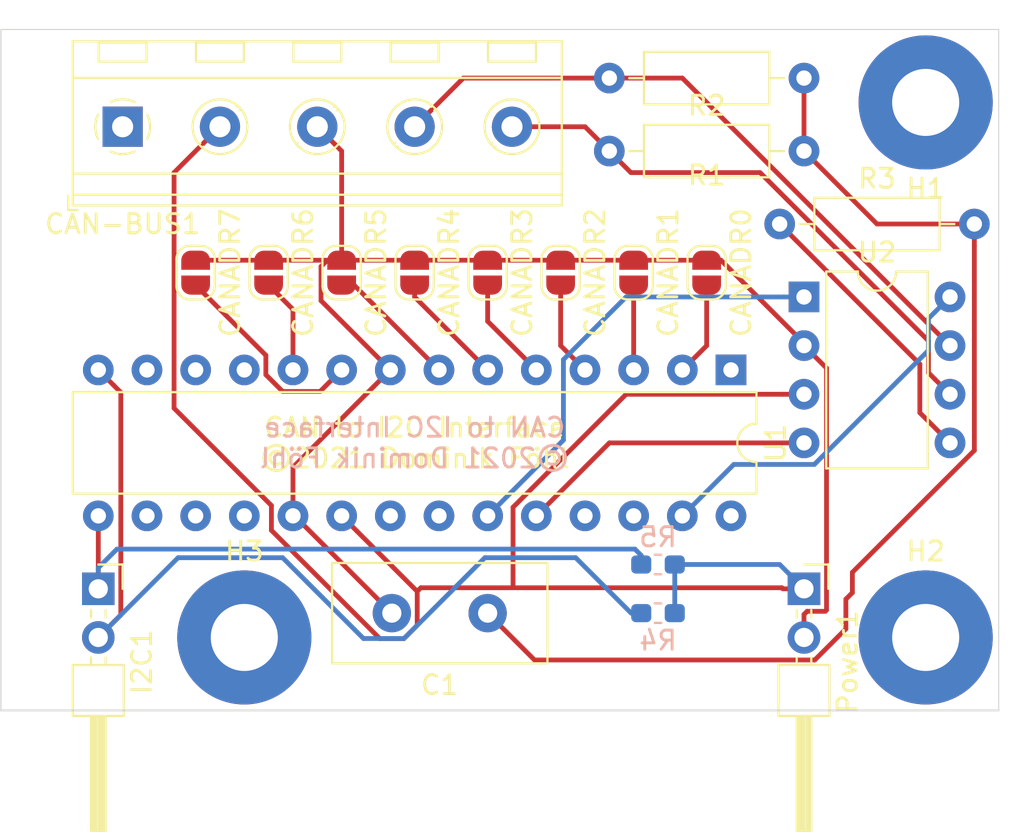
<source format=kicad_pcb>
(kicad_pcb (version 20221018) (generator pcbnew)
  (layers (0 "F.Cu" signal) (31 "B.Cu" signal) (34 "B.Paste" user) (35 "F.Paste" user) (36 "B.SilkS" user "B.Silkscreen") (37 "F.SilkS" user "F.Silkscreen") (38 "B.Mask" user) (39 "F.Mask" user) (44 "Edge.Cuts" user))
  (net 0 "")
  (net 1 "Net-(CAN-BUS1-Pin_5)")
  (net 2 "Net-(CAN-BUS1-Pin_4)")
  (net 4 "Net-(CANADR0-B)")
  (net 5 "Net-(CANADR1-B)")
  (net 6 "Net-(CANADR2-B)")
  (net 7 "Net-(CANADR3-B)")
  (net 8 "Net-(CANADR4-B)")
  (net 9 "Net-(CANADR5-B)")
  (net 10 "Net-(CANADR6-B)")
  (net 11 "Net-(CANADR7-B)")
  (net 12 "Net-(I2C1-Pin_2)")
  (net 13 "Net-(I2C1-Pin_1)")
  (net 14 "Net-(U2-SPLIT)")
  (net 16 "Net-(U1-ICSPCLK{slash}RB6)")
  (net 22 "Net-(U1-RB3)")
  (net 23 "Net-(U1-RB2)")
  (net 29 "GND")
  (net 30 "Net-(C1-Pad1)")
  (net 32 "+5V")
  (footprint "Connector_PinHeader_2.54mm:PinHeader_2x01_P2.54mm_Horizontal" (layer "F.Cu") (at 358.14 260.35 -90)
    (fp_text reference "Power1" (at 3.81 -2.27 90) (layer "F.SilkS"))
    (fp_text value "Power")
    (fp_line (start -1.27 -1.27) (end 0 -1.27) (stroke (width 0.12)) (layer "F.SilkS"))
    (fp_line (start -1.27 0) (end -1.27 -1.27) (stroke (width 0.12)) (layer "F.SilkS"))
    (fp_line (start 1.11 -0.38) (end 1.497071 -0.38) (stroke (width 0.12)) (layer "F.SilkS"))
    (fp_line (start 1.11 0.38) (end 1.497071 0.38) (stroke (width 0.12)) (layer "F.SilkS"))
    (fp_line (start 3.582929 -0.38) (end 3.98 -0.38) (stroke (width 0.12)) (layer "F.SilkS"))
    (fp_line (start 3.582929 0.38) (end 3.98 0.38) (stroke (width 0.12)) (layer "F.SilkS"))
    (fp_line (start 3.98 -1.33) (end 3.98 1.33) (stroke (width 0.12)) (layer "F.SilkS"))
    (fp_line (start 3.98 1.33) (end 6.64 1.33) (stroke (width 0.12)) (layer "F.SilkS"))
    (fp_line (start 6.64 -1.33) (end 3.98 -1.33) (stroke (width 0.12)) (layer "F.SilkS"))
    (fp_line (start 6.64 -0.38) (end 12.64 -0.38) (stroke (width 0.12)) (layer "F.SilkS"))
    (fp_line (start 6.64 -0.32) (end 12.64 -0.32) (stroke (width 0.12)) (layer "F.SilkS"))
    (fp_line (start 6.64 -0.2) (end 12.64 -0.2) (stroke (width 0.12)) (layer "F.SilkS"))
    (fp_line (start 6.64 -0.08) (end 12.64 -0.08) (stroke (width 0.12)) (layer "F.SilkS"))
    (fp_line (start 6.64 0.04) (end 12.64 0.04) (stroke (width 0.12)) (layer "F.SilkS"))
    (fp_line (start 6.64 0.16) (end 12.64 0.16) (stroke (width 0.12)) (layer "F.SilkS"))
    (fp_line (start 6.64 0.28) (end 12.64 0.28) (stroke (width 0.12)) (layer "F.SilkS"))
    (fp_line (start 6.64 1.33) (end 6.64 -1.33) (stroke (width 0.12)) (layer "F.SilkS"))
    (fp_line (start 12.64 -0.38) (end 12.64 0.38) (stroke (width 0.12)) (layer "F.SilkS"))
    (fp_line (start 12.64 0.38) (end 6.64 0.38) (stroke (width 0.12)) (layer "F.SilkS"))
    (pad "1" thru_hole rect (at 0 0 270) (size 1.7 1.7) (drill 1) (layers "*.Cu" "*.Mask") (net 32 "+5V"))
    (pad "2" thru_hole oval (at 2.54 0 270) (size 1.7 1.7) (drill 1) (layers "*.Cu" "*.Mask") (net 29 "GND"))
  )
  (footprint "Connector_PinHeader_2.54mm:PinHeader_2x01_P2.54mm_Horizontal" (layer "F.Cu") (at 321.31 260.35 -90)
    (fp_text reference "I2C1" (at 3.81 -2.27 90) (layer "F.SilkS"))
    (fp_text value "I2C")
    (fp_line (start -1.27 -1.27) (end 0 -1.27) (stroke (width 0.12)) (layer "F.SilkS"))
    (fp_line (start -1.27 0) (end -1.27 -1.27) (stroke (width 0.12)) (layer "F.SilkS"))
    (fp_line (start 1.11 -0.38) (end 1.497071 -0.38) (stroke (width 0.12)) (layer "F.SilkS"))
    (fp_line (start 1.11 0.38) (end 1.497071 0.38) (stroke (width 0.12)) (layer "F.SilkS"))
    (fp_line (start 3.582929 -0.38) (end 3.98 -0.38) (stroke (width 0.12)) (layer "F.SilkS"))
    (fp_line (start 3.582929 0.38) (end 3.98 0.38) (stroke (width 0.12)) (layer "F.SilkS"))
    (fp_line (start 3.98 -1.33) (end 3.98 1.33) (stroke (width 0.12)) (layer "F.SilkS"))
    (fp_line (start 3.98 1.33) (end 6.64 1.33) (stroke (width 0.12)) (layer "F.SilkS"))
    (fp_line (start 6.64 -1.33) (end 3.98 -1.33) (stroke (width 0.12)) (layer "F.SilkS"))
    (fp_line (start 6.64 -0.38) (end 12.64 -0.38) (stroke (width 0.12)) (layer "F.SilkS"))
    (fp_line (start 6.64 -0.32) (end 12.64 -0.32) (stroke (width 0.12)) (layer "F.SilkS"))
    (fp_line (start 6.64 -0.2) (end 12.64 -0.2) (stroke (width 0.12)) (layer "F.SilkS"))
    (fp_line (start 6.64 -0.08) (end 12.64 -0.08) (stroke (width 0.12)) (layer "F.SilkS"))
    (fp_line (start 6.64 0.04) (end 12.64 0.04) (stroke (width 0.12)) (layer "F.SilkS"))
    (fp_line (start 6.64 0.16) (end 12.64 0.16) (stroke (width 0.12)) (layer "F.SilkS"))
    (fp_line (start 6.64 0.28) (end 12.64 0.28) (stroke (width 0.12)) (layer "F.SilkS"))
    (fp_line (start 6.64 1.33) (end 6.64 -1.33) (stroke (width 0.12)) (layer "F.SilkS"))
    (fp_line (start 12.64 -0.38) (end 12.64 0.38) (stroke (width 0.12)) (layer "F.SilkS"))
    (fp_line (start 12.64 0.38) (end 6.64 0.38) (stroke (width 0.12)) (layer "F.SilkS"))
    (pad "1" thru_hole rect (at 0 0 270) (size 1.7 1.7) (drill 1) (layers "*.Cu" "*.Mask") (net 13 "Net-(I2C1-Pin_1)"))
    (pad "2" thru_hole oval (at 2.54 0 270) (size 1.7 1.7) (drill 1) (layers "*.Cu" "*.Mask") (net 12 "Net-(I2C1-Pin_2)"))
  )
  (footprint "Jumper:SolderJumper-2_P1.3mm_Open_RoundedPad1.0x1.5mm" (layer "F.Cu") (at 353.06 243.84 -90)
    (fp_text reference "CANADR0" (at 0 -1.8 90) (layer "F.SilkS"))
    (fp_text value "SolderJumper_2_Open")
    (fp_line (start -1.4 0.3) (end -1.4 -0.3) (stroke (width 0.12)) (layer "F.SilkS"))
    (fp_line (start -0.7 -1) (end 0.7 -1) (stroke (width 0.12)) (layer "F.SilkS"))
    (fp_line (start 0.7 1) (end -0.7 1) (stroke (width 0.12)) (layer "F.SilkS"))
    (fp_line (start 1.4 -0.3) (end 1.4 0.3) (stroke (width 0.12)) (layer "F.SilkS"))
    (fp_arc (start -1.4 -0.3) (mid -1.194975 -0.794975) (end -0.7 -1) (stroke (width 0.12)) (layer "F.SilkS"))
    (fp_arc (start -0.7 1) (mid -1.194975 0.794975) (end -1.4 0.3) (stroke (width 0.12)) (layer "F.SilkS"))
    (fp_arc (start 0.7 -1) (mid 1.194975 -0.794975) (end 1.4 -0.3) (stroke (width 0.12)) (layer "F.SilkS"))
    (fp_arc (start 1.4 0.3) (mid 1.194975 0.794975) (end 0.7 1) (stroke (width 0.12)) (layer "F.SilkS"))
    (pad "1" smd custom (at -0.65 0 270) (size 1 0.5) (layers "F.Cu" "F.Mask") (net 29 "GND") (options (clearance outline) (anchor rect)) (primitives (gr_circle (center 0 0.25) (end 0.5 0.25) (width 0) (fill yes)) (gr_circle (center 0 -0.25) (end 0.5 -0.25) (width 0) (fill yes)) (gr_poly (pts (xy 0 -0.75) (xy 0.5 -0.75) (xy 0.5 0.75) (xy 0 0.75)) (width 0) (fill yes))))
    (pad "2" smd custom (at 0.65 0 270) (size 1 0.5) (layers "F.Cu" "F.Mask") (net 4 "Net-(CANADR0-B)") (options (clearance outline) (anchor rect)) (primitives (gr_circle (center 0 0.25) (end 0.5 0.25) (width 0) (fill yes)) (gr_circle (center 0 -0.25) (end 0.5 -0.25) (width 0) (fill yes)) (gr_poly (pts (xy 0 -0.75) (xy -0.5 -0.75) (xy -0.5 0.75) (xy 0 0.75)) (width 0) (fill yes))))
  )
  (footprint "Jumper:SolderJumper-2_P1.3mm_Open_RoundedPad1.0x1.5mm" (layer "F.Cu") (at 349.25 243.84 -90)
    (fp_text reference "CANADR1" (at 0 -1.8 90) (layer "F.SilkS"))
    (fp_text value "SolderJumper_2_Open")
    (fp_line (start -1.4 0.3) (end -1.4 -0.3) (stroke (width 0.12)) (layer "F.SilkS"))
    (fp_line (start -0.7 -1) (end 0.7 -1) (stroke (width 0.12)) (layer "F.SilkS"))
    (fp_line (start 0.7 1) (end -0.7 1) (stroke (width 0.12)) (layer "F.SilkS"))
    (fp_line (start 1.4 -0.3) (end 1.4 0.3) (stroke (width 0.12)) (layer "F.SilkS"))
    (fp_arc (start -1.4 -0.3) (mid -1.194975 -0.794975) (end -0.7 -1) (stroke (width 0.12)) (layer "F.SilkS"))
    (fp_arc (start -0.7 1) (mid -1.194975 0.794975) (end -1.4 0.3) (stroke (width 0.12)) (layer "F.SilkS"))
    (fp_arc (start 0.7 -1) (mid 1.194975 -0.794975) (end 1.4 -0.3) (stroke (width 0.12)) (layer "F.SilkS"))
    (fp_arc (start 1.4 0.3) (mid 1.194975 0.794975) (end 0.7 1) (stroke (width 0.12)) (layer "F.SilkS"))
    (pad "1" smd custom (at -0.65 0 270) (size 1 0.5) (layers "F.Cu" "F.Mask") (net 29 "GND") (options (clearance outline) (anchor rect)) (primitives (gr_circle (center 0 0.25) (end 0.5 0.25) (width 0) (fill yes)) (gr_circle (center 0 -0.25) (end 0.5 -0.25) (width 0) (fill yes)) (gr_poly (pts (xy 0 -0.75) (xy 0.5 -0.75) (xy 0.5 0.75) (xy 0 0.75)) (width 0) (fill yes))))
    (pad "2" smd custom (at 0.65 0 270) (size 1 0.5) (layers "F.Cu" "F.Mask") (net 5 "Net-(CANADR1-B)") (options (clearance outline) (anchor rect)) (primitives (gr_circle (center 0 0.25) (end 0.5 0.25) (width 0) (fill yes)) (gr_circle (center 0 -0.25) (end 0.5 -0.25) (width 0) (fill yes)) (gr_poly (pts (xy 0 -0.75) (xy -0.5 -0.75) (xy -0.5 0.75) (xy 0 0.75)) (width 0) (fill yes))))
  )
  (footprint "Jumper:SolderJumper-2_P1.3mm_Open_RoundedPad1.0x1.5mm" (layer "F.Cu") (at 345.44 243.84 -90)
    (fp_text reference "CANADR2" (at 0 -1.8 90) (layer "F.SilkS"))
    (fp_text value "SolderJumper_2_Open")
    (fp_line (start -1.4 0.3) (end -1.4 -0.3) (stroke (width 0.12)) (layer "F.SilkS"))
    (fp_line (start -0.7 -1) (end 0.7 -1) (stroke (width 0.12)) (layer "F.SilkS"))
    (fp_line (start 0.7 1) (end -0.7 1) (stroke (width 0.12)) (layer "F.SilkS"))
    (fp_line (start 1.4 -0.3) (end 1.4 0.3) (stroke (width 0.12)) (layer "F.SilkS"))
    (fp_arc (start -1.4 -0.3) (mid -1.194975 -0.794975) (end -0.7 -1) (stroke (width 0.12)) (layer "F.SilkS"))
    (fp_arc (start -0.7 1) (mid -1.194975 0.794975) (end -1.4 0.3) (stroke (width 0.12)) (layer "F.SilkS"))
    (fp_arc (start 0.7 -1) (mid 1.194975 -0.794975) (end 1.4 -0.3) (stroke (width 0.12)) (layer "F.SilkS"))
    (fp_arc (start 1.4 0.3) (mid 1.194975 0.794975) (end 0.7 1) (stroke (width 0.12)) (layer "F.SilkS"))
    (pad "1" smd custom (at -0.65 0 270) (size 1 0.5) (layers "F.Cu" "F.Mask") (net 29 "GND") (options (clearance outline) (anchor rect)) (primitives (gr_circle (center 0 0.25) (end 0.5 0.25) (width 0) (fill yes)) (gr_circle (center 0 -0.25) (end 0.5 -0.25) (width 0) (fill yes)) (gr_poly (pts (xy 0 -0.75) (xy 0.5 -0.75) (xy 0.5 0.75) (xy 0 0.75)) (width 0) (fill yes))))
    (pad "2" smd custom (at 0.65 0 270) (size 1 0.5) (layers "F.Cu" "F.Mask") (net 6 "Net-(CANADR2-B)") (options (clearance outline) (anchor rect)) (primitives (gr_circle (center 0 0.25) (end 0.5 0.25) (width 0) (fill yes)) (gr_circle (center 0 -0.25) (end 0.5 -0.25) (width 0) (fill yes)) (gr_poly (pts (xy 0 -0.75) (xy -0.5 -0.75) (xy -0.5 0.75) (xy 0 0.75)) (width 0) (fill yes))))
  )
  (footprint "Jumper:SolderJumper-2_P1.3mm_Open_RoundedPad1.0x1.5mm" (layer "F.Cu") (at 341.63 243.84 -90)
    (fp_text reference "CANADR3" (at 0 -1.8 90) (layer "F.SilkS"))
    (fp_text value "SolderJumper_2_Open")
    (fp_line (start -1.4 0.3) (end -1.4 -0.3) (stroke (width 0.12)) (layer "F.SilkS"))
    (fp_line (start -0.7 -1) (end 0.7 -1) (stroke (width 0.12)) (layer "F.SilkS"))
    (fp_line (start 0.7 1) (end -0.7 1) (stroke (width 0.12)) (layer "F.SilkS"))
    (fp_line (start 1.4 -0.3) (end 1.4 0.3) (stroke (width 0.12)) (layer "F.SilkS"))
    (fp_arc (start -1.4 -0.3) (mid -1.194975 -0.794975) (end -0.7 -1) (stroke (width 0.12)) (layer "F.SilkS"))
    (fp_arc (start -0.7 1) (mid -1.194975 0.794975) (end -1.4 0.3) (stroke (width 0.12)) (layer "F.SilkS"))
    (fp_arc (start 0.7 -1) (mid 1.194975 -0.794975) (end 1.4 -0.3) (stroke (width 0.12)) (layer "F.SilkS"))
    (fp_arc (start 1.4 0.3) (mid 1.194975 0.794975) (end 0.7 1) (stroke (width 0.12)) (layer "F.SilkS"))
    (pad "1" smd custom (at -0.65 0 270) (size 1 0.5) (layers "F.Cu" "F.Mask") (net 29 "GND") (options (clearance outline) (anchor rect)) (primitives (gr_circle (center 0 0.25) (end 0.5 0.25) (width 0) (fill yes)) (gr_circle (center 0 -0.25) (end 0.5 -0.25) (width 0) (fill yes)) (gr_poly (pts (xy 0 -0.75) (xy 0.5 -0.75) (xy 0.5 0.75) (xy 0 0.75)) (width 0) (fill yes))))
    (pad "2" smd custom (at 0.65 0 270) (size 1 0.5) (layers "F.Cu" "F.Mask") (net 7 "Net-(CANADR3-B)") (options (clearance outline) (anchor rect)) (primitives (gr_circle (center 0 0.25) (end 0.5 0.25) (width 0) (fill yes)) (gr_circle (center 0 -0.25) (end 0.5 -0.25) (width 0) (fill yes)) (gr_poly (pts (xy 0 -0.75) (xy -0.5 -0.75) (xy -0.5 0.75) (xy 0 0.75)) (width 0) (fill yes))))
  )
  (footprint "Jumper:SolderJumper-2_P1.3mm_Open_RoundedPad1.0x1.5mm" (layer "F.Cu") (at 337.82 243.84 -90)
    (fp_text reference "CANADR4" (at 0 -1.8 90) (layer "F.SilkS"))
    (fp_text value "SolderJumper_2_Open")
    (fp_line (start -1.4 0.3) (end -1.4 -0.3) (stroke (width 0.12)) (layer "F.SilkS"))
    (fp_line (start -0.7 -1) (end 0.7 -1) (stroke (width 0.12)) (layer "F.SilkS"))
    (fp_line (start 0.7 1) (end -0.7 1) (stroke (width 0.12)) (layer "F.SilkS"))
    (fp_line (start 1.4 -0.3) (end 1.4 0.3) (stroke (width 0.12)) (layer "F.SilkS"))
    (fp_arc (start -1.4 -0.3) (mid -1.194975 -0.794975) (end -0.7 -1) (stroke (width 0.12)) (layer "F.SilkS"))
    (fp_arc (start -0.7 1) (mid -1.194975 0.794975) (end -1.4 0.3) (stroke (width 0.12)) (layer "F.SilkS"))
    (fp_arc (start 0.7 -1) (mid 1.194975 -0.794975) (end 1.4 -0.3) (stroke (width 0.12)) (layer "F.SilkS"))
    (fp_arc (start 1.4 0.3) (mid 1.194975 0.794975) (end 0.7 1) (stroke (width 0.12)) (layer "F.SilkS"))
    (pad "1" smd custom (at -0.65 0 270) (size 1 0.5) (layers "F.Cu" "F.Mask") (net 29 "GND") (options (clearance outline) (anchor rect)) (primitives (gr_circle (center 0 0.25) (end 0.5 0.25) (width 0) (fill yes)) (gr_circle (center 0 -0.25) (end 0.5 -0.25) (width 0) (fill yes)) (gr_poly (pts (xy 0 -0.75) (xy 0.5 -0.75) (xy 0.5 0.75) (xy 0 0.75)) (width 0) (fill yes))))
    (pad "2" smd custom (at 0.65 0 270) (size 1 0.5) (layers "F.Cu" "F.Mask") (net 8 "Net-(CANADR4-B)") (options (clearance outline) (anchor rect)) (primitives (gr_circle (center 0 0.25) (end 0.5 0.25) (width 0) (fill yes)) (gr_circle (center 0 -0.25) (end 0.5 -0.25) (width 0) (fill yes)) (gr_poly (pts (xy 0 -0.75) (xy -0.5 -0.75) (xy -0.5 0.75) (xy 0 0.75)) (width 0) (fill yes))))
  )
  (footprint "Jumper:SolderJumper-2_P1.3mm_Open_RoundedPad1.0x1.5mm" (layer "F.Cu") (at 334.01 243.84 -90)
    (fp_text reference "CANADR5" (at 0 -1.8 90) (layer "F.SilkS"))
    (fp_text value "SolderJumper_2_Open")
    (fp_line (start -1.4 0.3) (end -1.4 -0.3) (stroke (width 0.12)) (layer "F.SilkS"))
    (fp_line (start -0.7 -1) (end 0.7 -1) (stroke (width 0.12)) (layer "F.SilkS"))
    (fp_line (start 0.7 1) (end -0.7 1) (stroke (width 0.12)) (layer "F.SilkS"))
    (fp_line (start 1.4 -0.3) (end 1.4 0.3) (stroke (width 0.12)) (layer "F.SilkS"))
    (fp_arc (start -1.4 -0.3) (mid -1.194975 -0.794975) (end -0.7 -1) (stroke (width 0.12)) (layer "F.SilkS"))
    (fp_arc (start -0.7 1) (mid -1.194975 0.794975) (end -1.4 0.3) (stroke (width 0.12)) (layer "F.SilkS"))
    (fp_arc (start 0.7 -1) (mid 1.194975 -0.794975) (end 1.4 -0.3) (stroke (width 0.12)) (layer "F.SilkS"))
    (fp_arc (start 1.4 0.3) (mid 1.194975 0.794975) (end 0.7 1) (stroke (width 0.12)) (layer "F.SilkS"))
    (pad "1" smd custom (at -0.65 0 270) (size 1 0.5) (layers "F.Cu" "F.Mask") (net 29 "GND") (options (clearance outline) (anchor rect)) (primitives (gr_circle (center 0 0.25) (end 0.5 0.25) (width 0) (fill yes)) (gr_circle (center 0 -0.25) (end 0.5 -0.25) (width 0) (fill yes)) (gr_poly (pts (xy 0 -0.75) (xy 0.5 -0.75) (xy 0.5 0.75) (xy 0 0.75)) (width 0) (fill yes))))
    (pad "2" smd custom (at 0.65 0 270) (size 1 0.5) (layers "F.Cu" "F.Mask") (net 9 "Net-(CANADR5-B)") (options (clearance outline) (anchor rect)) (primitives (gr_circle (center 0 0.25) (end 0.5 0.25) (width 0) (fill yes)) (gr_circle (center 0 -0.25) (end 0.5 -0.25) (width 0) (fill yes)) (gr_poly (pts (xy 0 -0.75) (xy -0.5 -0.75) (xy -0.5 0.75) (xy 0 0.75)) (width 0) (fill yes))))
  )
  (footprint "Jumper:SolderJumper-2_P1.3mm_Open_RoundedPad1.0x1.5mm" (layer "F.Cu") (at 330.2 243.84 -90)
    (fp_text reference "CANADR6" (at 0 -1.8 90) (layer "F.SilkS"))
    (fp_text value "SolderJumper_2_Open")
    (fp_line (start -1.4 0.3) (end -1.4 -0.3) (stroke (width 0.12)) (layer "F.SilkS"))
    (fp_line (start -0.7 -1) (end 0.7 -1) (stroke (width 0.12)) (layer "F.SilkS"))
    (fp_line (start 0.7 1) (end -0.7 1) (stroke (width 0.12)) (layer "F.SilkS"))
    (fp_line (start 1.4 -0.3) (end 1.4 0.3) (stroke (width 0.12)) (layer "F.SilkS"))
    (fp_arc (start -1.4 -0.3) (mid -1.194975 -0.794975) (end -0.7 -1) (stroke (width 0.12)) (layer "F.SilkS"))
    (fp_arc (start -0.7 1) (mid -1.194975 0.794975) (end -1.4 0.3) (stroke (width 0.12)) (layer "F.SilkS"))
    (fp_arc (start 0.7 -1) (mid 1.194975 -0.794975) (end 1.4 -0.3) (stroke (width 0.12)) (layer "F.SilkS"))
    (fp_arc (start 1.4 0.3) (mid 1.194975 0.794975) (end 0.7 1) (stroke (width 0.12)) (layer "F.SilkS"))
    (pad "1" smd custom (at -0.65 0 270) (size 1 0.5) (layers "F.Cu" "F.Mask") (net 29 "GND") (options (clearance outline) (anchor rect)) (primitives (gr_circle (center 0 0.25) (end 0.5 0.25) (width 0) (fill yes)) (gr_circle (center 0 -0.25) (end 0.5 -0.25) (width 0) (fill yes)) (gr_poly (pts (xy 0 -0.75) (xy 0.5 -0.75) (xy 0.5 0.75) (xy 0 0.75)) (width 0) (fill yes))))
    (pad "2" smd custom (at 0.65 0 270) (size 1 0.5) (layers "F.Cu" "F.Mask") (net 10 "Net-(CANADR6-B)") (options (clearance outline) (anchor rect)) (primitives (gr_circle (center 0 0.25) (end 0.5 0.25) (width 0) (fill yes)) (gr_circle (center 0 -0.25) (end 0.5 -0.25) (width 0) (fill yes)) (gr_poly (pts (xy 0 -0.75) (xy -0.5 -0.75) (xy -0.5 0.75) (xy 0 0.75)) (width 0) (fill yes))))
  )
  (footprint "Jumper:SolderJumper-2_P1.3mm_Open_RoundedPad1.0x1.5mm" (layer "F.Cu") (at 326.39 243.84 -90)
    (fp_text reference "CANADR7" (at 0 -1.8 90) (layer "F.SilkS"))
    (fp_text value "SolderJumper_2_Open")
    (fp_line (start -1.4 0.3) (end -1.4 -0.3) (stroke (width 0.12)) (layer "F.SilkS"))
    (fp_line (start -0.7 -1) (end 0.7 -1) (stroke (width 0.12)) (layer "F.SilkS"))
    (fp_line (start 0.7 1) (end -0.7 1) (stroke (width 0.12)) (layer "F.SilkS"))
    (fp_line (start 1.4 -0.3) (end 1.4 0.3) (stroke (width 0.12)) (layer "F.SilkS"))
    (fp_arc (start -1.4 -0.3) (mid -1.194975 -0.794975) (end -0.7 -1) (stroke (width 0.12)) (layer "F.SilkS"))
    (fp_arc (start -0.7 1) (mid -1.194975 0.794975) (end -1.4 0.3) (stroke (width 0.12)) (layer "F.SilkS"))
    (fp_arc (start 0.7 -1) (mid 1.194975 -0.794975) (end 1.4 -0.3) (stroke (width 0.12)) (layer "F.SilkS"))
    (fp_arc (start 1.4 0.3) (mid 1.194975 0.794975) (end 0.7 1) (stroke (width 0.12)) (layer "F.SilkS"))
    (pad "1" smd custom (at -0.65 0 270) (size 1 0.5) (layers "F.Cu" "F.Mask") (net 29 "GND") (options (clearance outline) (anchor rect)) (primitives (gr_circle (center 0 0.25) (end 0.5 0.25) (width 0) (fill yes)) (gr_circle (center 0 -0.25) (end 0.5 -0.25) (width 0) (fill yes)) (gr_poly (pts (xy 0 -0.75) (xy 0.5 -0.75) (xy 0.5 0.75) (xy 0 0.75)) (width 0) (fill yes))))
    (pad "2" smd custom (at 0.65 0 270) (size 1 0.5) (layers "F.Cu" "F.Mask") (net 11 "Net-(CANADR7-B)") (options (clearance outline) (anchor rect)) (primitives (gr_circle (center 0 0.25) (end 0.5 0.25) (width 0) (fill yes)) (gr_circle (center 0 -0.25) (end 0.5 -0.25) (width 0) (fill yes)) (gr_poly (pts (xy 0 -0.75) (xy -0.5 -0.75) (xy -0.5 0.75) (xy 0 0.75)) (width 0) (fill yes))))
  )
  (footprint "TerminalBlock_RND:TerminalBlock_RND_205-00235_1x05_P5.08mm_Horizontal" (layer "F.Cu") (at 322.58 236.22)
    (fp_text reference "CAN-BUS1" (at 0 5.08) (layer "F.SilkS"))
    (fp_text value "CANBUS")
    (fp_line (start -2.84 3.61) (end -2.84 4.35) (stroke (width 0.12)) (layer "F.SilkS"))
    (fp_line (start -2.84 4.35) (end -2.34 4.35) (stroke (width 0.12)) (layer "F.SilkS"))
    (fp_line (start -2.6 -4.46) (end -2.6 4.11) (stroke (width 0.12)) (layer "F.SilkS"))
    (fp_line (start -2.6 -4.46) (end 22.92 -4.46) (stroke (width 0.12)) (layer "F.SilkS"))
    (fp_line (start -2.6 -2.55) (end 22.92 -2.55) (stroke (width 0.12)) (layer "F.SilkS"))
    (fp_line (start -2.6 2.45) (end 22.92 2.45) (stroke (width 0.12)) (layer "F.SilkS"))
    (fp_line (start -2.6 3.55) (end 22.92 3.55) (stroke (width 0.12)) (layer "F.SilkS"))
    (fp_line (start -2.6 4.11) (end 22.92 4.11) (stroke (width 0.12)) (layer "F.SilkS"))
    (fp_line (start -1.25 -4.4) (end -1.25 -3.4) (stroke (width 0.12)) (layer "F.SilkS"))
    (fp_line (start -1.25 -4.4) (end 1.25 -4.4) (stroke (width 0.12)) (layer "F.SilkS"))
    (fp_line (start -1.25 -3.4) (end 1.25 -3.4) (stroke (width 0.12)) (layer "F.SilkS"))
    (fp_line (start 1.25 -4.4) (end 1.25 -3.4) (stroke (width 0.12)) (layer "F.SilkS"))
    (fp_line (start 3.83 -4.4) (end 3.83 -3.4) (stroke (width 0.12)) (layer "F.SilkS"))
    (fp_line (start 3.83 -4.4) (end 6.33 -4.4) (stroke (width 0.12)) (layer "F.SilkS"))
    (fp_line (start 3.83 -3.4) (end 6.33 -3.4) (stroke (width 0.12)) (layer "F.SilkS"))
    (fp_line (start 4.056 0.85) (end 3.996 0.91) (stroke (width 0.12)) (layer "F.SilkS"))
    (fp_line (start 4.21 1.045) (end 4.17 1.085) (stroke (width 0.12)) (layer "F.SilkS"))
    (fp_line (start 5.991 -1.085) (end 5.951 -1.045) (stroke (width 0.12)) (layer "F.SilkS"))
    (fp_line (start 6.165 -0.91) (end 6.105 -0.851) (stroke (width 0.12)) (layer "F.SilkS"))
    (fp_line (start 6.33 -4.4) (end 6.33 -3.4) (stroke (width 0.12)) (layer "F.SilkS"))
    (fp_line (start 8.91 -4.4) (end 8.91 -3.4) (stroke (width 0.12)) (layer "F.SilkS"))
    (fp_line (start 8.91 -4.4) (end 11.41 -4.4) (stroke (width 0.12)) (layer "F.SilkS"))
    (fp_line (start 8.91 -3.4) (end 11.41 -3.4) (stroke (width 0.12)) (layer "F.SilkS"))
    (fp_line (start 9.136 0.85) (end 9.076 0.91) (stroke (width 0.12)) (layer "F.SilkS"))
    (fp_line (start 9.29 1.045) (end 9.25 1.085) (stroke (width 0.12)) (layer "F.SilkS"))
    (fp_line (start 11.071 -1.085) (end 11.031 -1.045) (stroke (width 0.12)) (layer "F.SilkS"))
    (fp_line (start 11.245 -0.91) (end 11.185 -0.851) (stroke (width 0.12)) (layer "F.SilkS"))
    (fp_line (start 11.41 -4.4) (end 11.41 -3.4) (stroke (width 0.12)) (layer "F.SilkS"))
    (fp_line (start 13.99 -4.4) (end 13.99 -3.4) (stroke (width 0.12)) (layer "F.SilkS"))
    (fp_line (start 13.99 -4.4) (end 16.49 -4.4) (stroke (width 0.12)) (layer "F.SilkS"))
    (fp_line (start 13.99 -3.4) (end 16.49 -3.4) (stroke (width 0.12)) (layer "F.SilkS"))
    (fp_line (start 14.216 0.85) (end 14.156 0.91) (stroke (width 0.12)) (layer "F.SilkS"))
    (fp_line (start 14.37 1.045) (end 14.33 1.085) (stroke (width 0.12)) (layer "F.SilkS"))
    (fp_line (start 16.151 -1.085) (end 16.111 -1.045) (stroke (width 0.12)) (layer "F.SilkS"))
    (fp_line (start 16.325 -0.91) (end 16.265 -0.851) (stroke (width 0.12)) (layer "F.SilkS"))
    (fp_line (start 16.49 -4.4) (end 16.49 -3.4) (stroke (width 0.12)) (layer "F.SilkS"))
    (fp_line (start 19.07 -4.4) (end 19.07 -3.4) (stroke (width 0.12)) (layer "F.SilkS"))
    (fp_line (start 19.07 -4.4) (end 21.57 -4.4) (stroke (width 0.12)) (layer "F.SilkS"))
    (fp_line (start 19.07 -3.4) (end 21.57 -3.4) (stroke (width 0.12)) (layer "F.SilkS"))
    (fp_line (start 19.296 0.85) (end 19.236 0.91) (stroke (width 0.12)) (layer "F.SilkS"))
    (fp_line (start 19.45 1.045) (end 19.41 1.085) (stroke (width 0.12)) (layer "F.SilkS"))
    (fp_line (start 21.231 -1.085) (end 21.191 -1.045) (stroke (width 0.12)) (layer "F.SilkS"))
    (fp_line (start 21.405 -0.91) (end 21.345 -0.851) (stroke (width 0.12)) (layer "F.SilkS"))
    (fp_line (start 21.57 -4.4) (end 21.57 -3.4) (stroke (width 0.12)) (layer "F.SilkS"))
    (fp_line (start 22.92 -4.46) (end 22.92 4.11) (stroke (width 0.12)) (layer "F.SilkS"))
    (fp_arc (start -1.286611 0.626746) (mid -1.431146 -0.000697) (end -1.286 -0.628) (stroke (width 0.12)) (layer "F.SilkS"))
    (fp_arc (start -0.627362 -1.285823) (mid -0.000201 -1.430707) (end 0.627 -1.286) (stroke (width 0.12)) (layer "F.SilkS"))
    (fp_arc (start 0.02428 1.43094) (mid -0.310437 1.397071) (end -0.628 1.286) (stroke (width 0.12)) (layer "F.SilkS"))
    (fp_arc (start 0.626871 1.285275) (mid 0.32168 1.393349) (end 0 1.43) (stroke (width 0.12)) (layer "F.SilkS"))
    (fp_arc (start 1.285823 -0.627362) (mid 1.430707 -0.000201) (end 1.286 0.627) (stroke (width 0.12)) (layer "F.SilkS"))
    (fp_circle (center 5.08 0) (end 6.51 0) (stroke (width 0.12)) (fill none) (layer "F.SilkS"))
    (fp_circle (center 10.16 0) (end 11.59 0) (stroke (width 0.12)) (fill none) (layer "F.SilkS"))
    (fp_circle (center 15.24 0) (end 16.67 0) (stroke (width 0.12)) (fill none) (layer "F.SilkS"))
    (fp_circle (center 20.32 0) (end 21.75 0) (stroke (width 0.12)) (fill none) (layer "F.SilkS"))
    (pad "1" thru_hole rect (at 0 0) (size 2.1 2.1) (drill 1.1) (layers "*.Cu" "*.Mask"))
    (pad "2" thru_hole circle (at 5.08 0) (size 2.1 2.1) (drill 1.1) (layers "*.Cu" "*.Mask") (net 32 "+5V"))
    (pad "3" thru_hole circle (at 10.16 0) (size 2.1 2.1) (drill 1.1) (layers "*.Cu" "*.Mask") (net 29 "GND"))
    (pad "4" thru_hole circle (at 15.24 0) (size 2.1 2.1) (drill 1.1) (layers "*.Cu" "*.Mask") (net 2 "Net-(CAN-BUS1-Pin_4)"))
    (pad "5" thru_hole circle (at 20.32 0) (size 2.1 2.1) (drill 1.1) (layers "*.Cu" "*.Mask") (net 1 "Net-(CAN-BUS1-Pin_5)"))
  )
  (footprint "Resistor_THT:R_Axial_DIN0207_L6.3mm_D2.5mm_P10.16mm_Horizontal" (layer "F.Cu") (at 358.14 233.68 180)
    (fp_text reference "R1" (at 5.08 -5.08) (layer "F.SilkS"))
    (fp_text value "60")
    (fp_line (start 1.04 0) (end 1.81 0) (stroke (width 0.12)) (layer "F.SilkS"))
    (fp_line (start 1.81 -1.37) (end 1.81 1.37) (stroke (width 0.12)) (layer "F.SilkS"))
    (fp_line (start 1.81 1.37) (end 8.35 1.37) (stroke (width 0.12)) (layer "F.SilkS"))
    (fp_line (start 8.35 -1.37) (end 1.81 -1.37) (stroke (width 0.12)) (layer "F.SilkS"))
    (fp_line (start 8.35 1.37) (end 8.35 -1.37) (stroke (width 0.12)) (layer "F.SilkS"))
    (fp_line (start 9.12 0) (end 8.35 0) (stroke (width 0.12)) (layer "F.SilkS"))
    (pad "1" thru_hole circle (at 0 0 180) (size 1.6 1.6) (drill 0.8) (layers "*.Cu" "*.Mask") (net 30 "Net-(C1-Pad1)"))
    (pad "2" thru_hole oval (at 10.16 0 180) (size 1.6 1.6) (drill 0.8) (layers "*.Cu" "*.Mask") (net 2 "Net-(CAN-BUS1-Pin_4)"))
  )
  (footprint "Resistor_THT:R_Axial_DIN0207_L6.3mm_D2.5mm_P10.16mm_Horizontal" (layer "F.Cu") (at 347.98 237.49)
    (fp_text reference "R2" (at 5.08 -2.37) (layer "F.SilkS"))
    (fp_text value "60")
    (fp_line (start 1.04 0) (end 1.81 0) (stroke (width 0.12)) (layer "F.SilkS"))
    (fp_line (start 1.81 -1.37) (end 1.81 1.37) (stroke (width 0.12)) (layer "F.SilkS"))
    (fp_line (start 1.81 1.37) (end 8.35 1.37) (stroke (width 0.12)) (layer "F.SilkS"))
    (fp_line (start 8.35 -1.37) (end 1.81 -1.37) (stroke (width 0.12)) (layer "F.SilkS"))
    (fp_line (start 8.35 1.37) (end 8.35 -1.37) (stroke (width 0.12)) (layer "F.SilkS"))
    (fp_line (start 9.12 0) (end 8.35 0) (stroke (width 0.12)) (layer "F.SilkS"))
    (pad "1" thru_hole circle (at 0 0) (size 1.6 1.6) (drill 0.8) (layers "*.Cu" "*.Mask") (net 1 "Net-(CAN-BUS1-Pin_5)"))
    (pad "2" thru_hole oval (at 10.16 0) (size 1.6 1.6) (drill 0.8) (layers "*.Cu" "*.Mask") (net 30 "Net-(C1-Pad1)"))
  )
  (footprint "Package_DIP:DIP-28_W7.62mm" (layer "F.Cu") (at 354.33 248.92 -90)
    (fp_text reference "U1" (at 3.81 -2.33 90) (layer "F.SilkS"))
    (fp_text value "PIC18F26K83-xSP")
    (fp_line (start 1.16 -1.33) (end 1.16 34.35) (stroke (width 0.12)) (layer "F.SilkS"))
    (fp_line (start 1.16 34.35) (end 6.46 34.35) (stroke (width 0.12)) (layer "F.SilkS"))
    (fp_line (start 2.81 -1.33) (end 1.16 -1.33) (stroke (width 0.12)) (layer "F.SilkS"))
    (fp_line (start 6.46 -1.33) (end 4.81 -1.33) (stroke (width 0.12)) (layer "F.SilkS"))
    (fp_line (start 6.46 34.35) (end 6.46 -1.33) (stroke (width 0.12)) (layer "F.SilkS"))
    (fp_arc (start 4.81 -1.33) (mid 3.81 -0.33) (end 2.81 -1.33) (stroke (width 0.12)) (layer "F.SilkS"))
    (pad "1" thru_hole rect (at 0 0 270) (size 1.6 1.6) (drill 0.8) (layers "*.Cu" "*.Mask"))
    (pad "2" thru_hole oval (at 0 2.54 270) (size 1.6 1.6) (drill 0.8) (layers "*.Cu" "*.Mask") (net 4 "Net-(CANADR0-B)"))
    (pad "3" thru_hole oval (at 0 5.08 270) (size 1.6 1.6) (drill 0.8) (layers "*.Cu" "*.Mask") (net 5 "Net-(CANADR1-B)"))
    (pad "4" thru_hole oval (at 0 7.62 270) (size 1.6 1.6) (drill 0.8) (layers "*.Cu" "*.Mask") (net 6 "Net-(CANADR2-B)"))
    (pad "5" thru_hole oval (at 0 10.16 270) (size 1.6 1.6) (drill 0.8) (layers "*.Cu" "*.Mask") (net 7 "Net-(CANADR3-B)"))
    (pad "6" thru_hole oval (at 0 12.7 270) (size 1.6 1.6) (drill 0.8) (layers "*.Cu" "*.Mask") (net 8 "Net-(CANADR4-B)"))
    (pad "7" thru_hole oval (at 0 15.24 270) (size 1.6 1.6) (drill 0.8) (layers "*.Cu" "*.Mask") (net 9 "Net-(CANADR5-B)"))
    (pad "8" thru_hole oval (at 0 17.78 270) (size 1.6 1.6) (drill 0.8) (layers "*.Cu" "*.Mask") (net 29 "GND"))
    (pad "9" thru_hole oval (at 0 20.32 270) (size 1.6 1.6) (drill 0.8) (layers "*.Cu" "*.Mask") (net 11 "Net-(CANADR7-B)"))
    (pad "10" thru_hole oval (at 0 22.86 270) (size 1.6 1.6) (drill 0.8) (layers "*.Cu" "*.Mask") (net 10 "Net-(CANADR6-B)"))
    (pad "11" thru_hole oval (at 0 25.4 270) (size 1.6 1.6) (drill 0.8) (layers "*.Cu" "*.Mask"))
    (pad "12" thru_hole oval (at 0 27.94 270) (size 1.6 1.6) (drill 0.8) (layers "*.Cu" "*.Mask"))
    (pad "13" thru_hole oval (at 0 30.48 270) (size 1.6 1.6) (drill 0.8) (layers "*.Cu" "*.Mask"))
    (pad "14" thru_hole oval (at 0 33.02 270) (size 1.6 1.6) (drill 0.8) (layers "*.Cu" "*.Mask") (net 12 "Net-(I2C1-Pin_2)"))
    (pad "15" thru_hole oval (at 7.62 33.02 270) (size 1.6 1.6) (drill 0.8) (layers "*.Cu" "*.Mask") (net 13 "Net-(I2C1-Pin_1)"))
    (pad "16" thru_hole oval (at 7.62 30.48 270) (size 1.6 1.6) (drill 0.8) (layers "*.Cu" "*.Mask"))
    (pad "17" thru_hole oval (at 7.62 27.94 270) (size 1.6 1.6) (drill 0.8) (layers "*.Cu" "*.Mask"))
    (pad "18" thru_hole oval (at 7.62 25.4 270) (size 1.6 1.6) (drill 0.8) (layers "*.Cu" "*.Mask"))
    (pad "19" thru_hole oval (at 7.62 22.86 270) (size 1.6 1.6) (drill 0.8) (layers "*.Cu" "*.Mask") (net 29 "GND"))
    (pad "20" thru_hole oval (at 7.62 20.32 270) (size 1.6 1.6) (drill 0.8) (layers "*.Cu" "*.Mask") (net 32 "+5V"))
    (pad "21" thru_hole oval (at 7.62 17.78 270) (size 1.6 1.6) (drill 0.8) (layers "*.Cu" "*.Mask"))
    (pad "22" thru_hole oval (at 7.62 15.24 270) (size 1.6 1.6) (drill 0.8) (layers "*.Cu" "*.Mask"))
    (pad "23" thru_hole oval (at 7.62 12.7 270) (size 1.6 1.6) (drill 0.8) (layers "*.Cu" "*.Mask") (net 23 "Net-(U1-RB2)"))
    (pad "24" thru_hole oval (at 7.62 10.16 270) (size 1.6 1.6) (drill 0.8) (layers "*.Cu" "*.Mask") (net 22 "Net-(U1-RB3)"))
    (pad "25" thru_hole oval (at 7.62 7.62 270) (size 1.6 1.6) (drill 0.8) (layers "*.Cu" "*.Mask"))
    (pad "26" thru_hole oval (at 7.62 5.08 270) (size 1.6 1.6) (drill 0.8) (layers "*.Cu" "*.Mask"))
    (pad "27" thru_hole oval (at 7.62 2.54 270) (size 1.6 1.6) (drill 0.8) (layers "*.Cu" "*.Mask") (net 16 "Net-(U1-ICSPCLK{slash}RB6)"))
    (pad "28" thru_hole oval (at 7.62 0 270) (size 1.6 1.6) (drill 0.8) (layers "*.Cu" "*.Mask"))
  )
  (footprint "Package_DIP:DIP-8_W7.62mm" (layer "F.Cu") (at 358.14 245.11)
    (fp_text reference "U2" (at 3.81 -2.33) (layer "F.SilkS"))
    (fp_text value "MCP2561-E-P")
    (fp_line (start 1.16 -1.33) (end 1.16 8.95) (stroke (width 0.12)) (layer "F.SilkS"))
    (fp_line (start 1.16 8.95) (end 6.46 8.95) (stroke (width 0.12)) (layer "F.SilkS"))
    (fp_line (start 2.81 -1.33) (end 1.16 -1.33) (stroke (width 0.12)) (layer "F.SilkS"))
    (fp_line (start 6.46 -1.33) (end 4.81 -1.33) (stroke (width 0.12)) (layer "F.SilkS"))
    (fp_line (start 6.46 8.95) (end 6.46 -1.33) (stroke (width 0.12)) (layer "F.SilkS"))
    (fp_arc (start 4.81 -1.33) (mid 3.81 -0.33) (end 2.81 -1.33) (stroke (width 0.12)) (layer "F.SilkS"))
    (pad "1" thru_hole rect (at 0 0) (size 1.6 1.6) (drill 0.8) (layers "*.Cu" "*.Mask") (net 23 "Net-(U1-RB2)"))
    (pad "2" thru_hole oval (at 0 2.54) (size 1.6 1.6) (drill 0.8) (layers "*.Cu" "*.Mask") (net 29 "GND"))
    (pad "3" thru_hole oval (at 0 5.08) (size 1.6 1.6) (drill 0.8) (layers "*.Cu" "*.Mask") (net 32 "+5V"))
    (pad "4" thru_hole oval (at 0 7.62) (size 1.6 1.6) (drill 0.8) (layers "*.Cu" "*.Mask") (net 22 "Net-(U1-RB3)"))
    (pad "5" thru_hole oval (at 7.62 7.62) (size 1.6 1.6) (drill 0.8) (layers "*.Cu" "*.Mask") (net 14 "Net-(U2-SPLIT)"))
    (pad "6" thru_hole oval (at 7.62 5.08) (size 1.6 1.6) (drill 0.8) (layers "*.Cu" "*.Mask") (net 1 "Net-(CAN-BUS1-Pin_5)"))
    (pad "7" thru_hole oval (at 7.62 2.54) (size 1.6 1.6) (drill 0.8) (layers "*.Cu" "*.Mask") (net 2 "Net-(CAN-BUS1-Pin_4)"))
    (pad "8" thru_hole oval (at 7.62 0) (size 1.6 1.6) (drill 0.8) (layers "*.Cu" "*.Mask") (net 16 "Net-(U1-ICSPCLK{slash}RB6)"))
  )
  (footprint "MountingHole:MountingHole_3.5mm_Pad" (layer "F.Cu") (at 364.49 234.95 180)
    (fp_text reference "H1" (at 0 -4.5) (layer "F.SilkS"))
    (fp_text value "MountingHole")
    (pad "1" thru_hole circle (at 0 0 180) (size 7 7) (drill 3.5) (layers "*.Cu" "*.Mask"))
  )
  (footprint "MountingHole:MountingHole_3.5mm_Pad" (layer "F.Cu") (at 364.49 262.89)
    (fp_text reference "H2" (at 0 -4.5) (layer "F.SilkS"))
    (fp_text value "MountingHole")
    (pad "1" thru_hole circle (at 0 0) (size 7 7) (drill 3.5) (layers "*.Cu" "*.Mask"))
  )
  (footprint "MountingHole:MountingHole_3.5mm_Pad" (layer "F.Cu") (at 328.93 262.89)
    (fp_text reference "H3" (at 0 -4.5) (layer "F.SilkS"))
    (fp_text value "MountingHole")
    (pad "1" thru_hole circle (at 0 0) (size 7 7) (drill 3.5) (layers "*.Cu" "*.Mask"))
  )
  (footprint "Capacitor_THT:C_Disc_D11.0mm_W5.0mm_P5.00mm" (layer "F.Cu") (at 341.63 261.62 180)
    (fp_text reference "C1" (at 2.5 -3.75) (layer "F.SilkS"))
    (fp_text value "4700pF")
    (fp_line (start -3.12 -2.62) (end -3.12 2.62) (stroke (width 0.12)) (layer "F.SilkS"))
    (fp_line (start -3.12 -2.62) (end 8.12 -2.62) (stroke (width 0.12)) (layer "F.SilkS"))
    (fp_line (start -3.12 2.62) (end 8.12 2.62) (stroke (width 0.12)) (layer "F.SilkS"))
    (fp_line (start 8.12 -2.62) (end 8.12 2.62) (stroke (width 0.12)) (layer "F.SilkS"))
    (pad "1" thru_hole circle (at 0 0 180) (size 2 2) (drill 1) (layers "*.Cu" "*.Mask") (net 30 "Net-(C1-Pad1)"))
    (pad "2" thru_hole circle (at 5 0 180) (size 2 2) (drill 1) (layers "*.Cu" "*.Mask") (net 29 "GND"))
  )
  (footprint "Resistor_THT:R_Axial_DIN0207_L6.3mm_D2.5mm_P10.16mm_Horizontal" (layer "F.Cu") (at 356.87 241.3)
    (fp_text reference "R3" (at 5.08 -2.37) (layer "F.SilkS"))
    (fp_text value "300")
    (fp_line (start 1.04 0) (end 1.81 0) (stroke (width 0.12)) (layer "F.SilkS"))
    (fp_line (start 1.81 -1.37) (end 1.81 1.37) (stroke (width 0.12)) (layer "F.SilkS"))
    (fp_line (start 1.81 1.37) (end 8.35 1.37) (stroke (width 0.12)) (layer "F.SilkS"))
    (fp_line (start 8.35 -1.37) (end 1.81 -1.37) (stroke (width 0.12)) (layer "F.SilkS"))
    (fp_line (start 8.35 1.37) (end 8.35 -1.37) (stroke (width 0.12)) (layer "F.SilkS"))
    (fp_line (start 9.12 0) (end 8.35 0) (stroke (width 0.12)) (layer "F.SilkS"))
    (pad "1" thru_hole circle (at 0 0) (size 1.6 1.6) (drill 0.8) (layers "*.Cu" "*.Mask") (net 14 "Net-(U2-SPLIT)"))
    (pad "2" thru_hole oval (at 10.16 0) (size 1.6 1.6) (drill 0.8) (layers "*.Cu" "*.Mask") (net 30 "Net-(C1-Pad1)"))
  )
  (footprint "Resistor_SMD:R_0603_1608Metric_Pad1.05x0.95mm_HandSolder" (layer "B.Cu") (at 350.52 261.62)
    (fp_text reference "R4" (at 0 1.43) (layer "B.SilkS") (effects (justify mirror)))
    (fp_text value "1600")
    (fp_line (start -0.171267 -0.51) (end 0.171267 -0.51) (stroke (width 0.12)) (layer "B.SilkS"))
    (fp_line (start -0.171267 0.51) (end 0.171267 0.51) (stroke (width 0.12)) (layer "B.SilkS"))
    (pad "1" smd roundrect (at -0.875 0) (size 1.05 0.95) (layers "B.Cu" "B.Paste" "B.Mask") (net 12 "Net-(I2C1-Pin_2)"))
    (pad "2" smd roundrect (at 0.875 0) (size 1.05 0.95) (layers "B.Cu" "B.Paste" "B.Mask") (net 32 "+5V"))
  )
  (footprint "Resistor_SMD:R_0603_1608Metric_Pad1.05x0.95mm_HandSolder" (layer "B.Cu") (at 350.52 259.08 180)
    (fp_text reference "R5" (at 0 1.43) (layer "B.SilkS") (effects (justify mirror)))
    (fp_text value "1600")
    (fp_line (start -0.171267 -0.51) (end 0.171267 -0.51) (stroke (width 0.12)) (layer "B.SilkS"))
    (fp_line (start -0.171267 0.51) (end 0.171267 0.51) (stroke (width 0.12)) (layer "B.SilkS"))
    (pad "1" smd roundrect (at -0.875 0 180) (size 1.05 0.95) (layers "B.Cu" "B.Paste" "B.Mask") (net 32 "+5V"))
    (pad "2" smd roundrect (at 0.875 0 180) (size 1.05 0.95) (layers "B.Cu" "B.Paste" "B.Mask") (net 13 "Net-(I2C1-Pin_1)"))
  )
  (gr_line (start 368.3 231.14) (end 368.3 266.7) (stroke (width 0.05)) (layer "Edge.Cuts"))
  (gr_line (start 368.3 266.7) (end 316.23 266.7) (stroke (width 0.1)) (layer "Edge.Cuts"))
  (gr_line (start 316.23 266.7) (end 316.23 231.14) (stroke (width 0.05)) (layer "Edge.Cuts"))
  (gr_line (start 316.23 231.14) (end 368.3 231.14) (stroke (width 0.05)) (layer "Edge.Cuts"))
  (gr_text "CAN to I2C Interface\n©2021 Dominik Föhl" (at 337.82 252.73) (layer "B.SilkS") (effects (font (size 1 1)) (justify mirror)))
  (gr_text "CAN to I2C Interface\n©2021 Dominik Föhl" (at 337.82 252.73) (layer "F.SilkS") (effects (font (size 1 1))))
  (segment (start 346.71 236.22) (end 347.98 237.49) (width 0.25) (layer "F.Cu") (net 1))
  (segment (start 355.850003 238.615001) (end 364.634999 247.399997) (width 0.25) (layer "F.Cu") (net 1))
  (segment (start 342.9 236.22) (end 346.71 236.22) (width 0.25) (layer "F.Cu") (net 1))
  (segment (start 364.634999 247.399997) (end 364.634999 249.064999) (width 0.25) (layer "F.Cu") (net 1))
  (segment (start 364.960001 249.390001) (end 365.76 250.19) (width 0.25) (layer "F.Cu") (net 1))
  (segment (start 347.98 237.49) (end 349.105001 238.615001) (width 0.25) (layer "F.Cu") (net 1))
  (segment (start 349.105001 238.615001) (end 355.850003 238.615001) (width 0.25) (layer "F.Cu") (net 1))
  (segment (start 364.634999 249.064999) (end 364.960001 249.390001) (width 0.25) (layer "F.Cu") (net 1))
  (segment (start 337.82 236.22) (end 340.36 233.68) (width 0.25) (layer "F.Cu") (net 2))
  (segment (start 351.79 233.68) (end 347.98 233.68) (width 0.25) (layer "F.Cu") (net 2))
  (segment (start 340.36 233.68) (end 347.98 233.68) (width 0.25) (layer "F.Cu") (net 2))
  (segment (start 365.76 247.65) (end 351.79 233.68) (width 0.25) (layer "F.Cu") (net 2))
  (segment (start 353.06 247.65) (end 351.79 248.92) (width 0.25) (layer "F.Cu") (net 4))
  (segment (start 353.06 244.49) (end 353.06 247.65) (width 0.25) (layer "F.Cu") (net 4))
  (segment (start 349.25 244.49) (end 349.25 248.92) (width 0.25) (layer "F.Cu") (net 5))
  (segment (start 345.44 247.65) (end 346.71 248.92) (width 0.25) (layer "F.Cu") (net 6))
  (segment (start 345.44 244.49) (end 345.44 247.65) (width 0.25) (layer "F.Cu") (net 6))
  (segment (start 341.63 244.49) (end 341.63 246.38) (width 0.25) (layer "F.Cu") (net 7))
  (segment (start 341.63 246.38) (end 344.17 248.92) (width 0.25) (layer "F.Cu") (net 7))
  (segment (start 337.82 244.49) (end 337.82 245.11) (width 0.25) (layer "F.Cu") (net 8))
  (segment (start 337.82 245.11) (end 341.63 248.92) (width 0.25) (layer "F.Cu") (net 8))
  (segment (start 334.66 244.49) (end 334.01 244.49) (width 0.25) (layer "F.Cu") (net 9))
  (segment (start 339.09 248.92) (end 334.66 244.49) (width 0.25) (layer "F.Cu") (net 9))
  (segment (start 331.47 248.92) (end 331.47 245.76) (width 0.25) (layer "F.Cu") (net 10))
  (segment (start 331.47 245.76) (end 330.2 244.49) (width 0.25) (layer "F.Cu") (net 10))
  (segment (start 330.055001 249.170003) (end 330.055001 248.155001) (width 0.25) (layer "F.Cu") (net 11))
  (segment (start 330.055001 248.155001) (end 326.844064 244.944064) (width 0.25) (layer "F.Cu") (net 11))
  (segment (start 334.01 248.92) (end 332.884999 250.045001) (width 0.25) (layer "F.Cu") (net 11))
  (segment (start 332.884999 250.045001) (end 330.929999 250.045001) (width 0.25) (layer "F.Cu") (net 11))
  (segment (start 326.844064 244.944064) (end 326.39 244.49) (width 0.25) (layer "F.Cu") (net 11))
  (segment (start 330.929999 250.045001) (end 330.055001 249.170003) (width 0.25) (layer "F.Cu") (net 11))
  (segment (start 322.109999 249.719999) (end 321.31 248.92) (width 0.25) (layer "F.Cu") (net 12))
  (segment (start 322.485001 250.095001) (end 322.109999 249.719999) (width 0.25) (layer "F.Cu") (net 12))
  (segment (start 321.31 262.89) (end 322.485001 261.714999) (width 0.25) (layer "F.Cu") (net 12))
  (segment (start 322.485001 261.714999) (end 322.485001 250.095001) (width 0.25) (layer "F.Cu") (net 12))
  (segment (start 346.224999 258.724999) (end 341.486003 258.724999) (width 0.25) (layer "B.Cu") (net 12))
  (segment (start 335.149203 262.945001) (end 330.929201 258.724999) (width 0.25) (layer "B.Cu") (net 12))
  (segment (start 325.475001 258.724999) (end 322.159999 262.040001) (width 0.25) (layer "B.Cu") (net 12))
  (segment (start 322.159999 262.040001) (end 321.31 262.89) (width 0.25) (layer "B.Cu") (net 12))
  (segment (start 330.929201 258.724999) (end 325.475001 258.724999) (width 0.25) (layer "B.Cu") (net 12))
  (segment (start 349.645 261.62) (end 349.12 261.62) (width 0.25) (layer "B.Cu") (net 12))
  (segment (start 341.486003 258.724999) (end 337.266001 262.945001) (width 0.25) (layer "B.Cu") (net 12))
  (segment (start 349.12 261.62) (end 346.224999 258.724999) (width 0.25) (layer "B.Cu") (net 12))
  (segment (start 337.266001 262.945001) (end 335.149203 262.945001) (width 0.25) (layer "B.Cu") (net 12))
  (segment (start 321.31 260.35) (end 321.31 256.54) (width 0.25) (layer "F.Cu") (net 13))
  (segment (start 321.31 260.18) (end 321.48 260.35) (width 0.25) (layer "F.Cu") (net 13))
  (segment (start 322.285011 258.274989) (end 349.314989 258.274989) (width 0.25) (layer "B.Cu") (net 13))
  (segment (start 349.645 258.605) (end 349.645 259.08) (width 0.25) (layer "B.Cu") (net 13))
  (segment (start 321.31 260.35) (end 321.31 259.25) (width 0.25) (layer "B.Cu") (net 13))
  (segment (start 321.31 259.25) (end 322.285011 258.274989) (width 0.25) (layer "B.Cu") (net 13))
  (segment (start 349.314989 258.274989) (end 349.645 258.605) (width 0.25) (layer "B.Cu") (net 13))
  (segment (start 364.184989 248.614989) (end 356.87 241.3) (width 0.25) (layer "F.Cu") (net 14))
  (segment (start 364.184989 251.154989) (end 364.184989 248.614989) (width 0.25) (layer "F.Cu") (net 14))
  (segment (start 365.76 252.73) (end 364.184989 251.154989) (width 0.25) (layer "F.Cu") (net 14))
  (segment (start 351.79 256.54) (end 354.474999 253.855001) (width 0.25) (layer "B.Cu") (net 16))
  (segment (start 354.474999 253.855001) (end 358.680001 253.855001) (width 0.25) (layer "B.Cu") (net 16))
  (segment (start 364.960001 245.909999) (end 365.76 245.11) (width 0.25) (layer "B.Cu") (net 16))
  (segment (start 364.634999 247.900003) (end 364.634999 246.235001) (width 0.25) (layer "B.Cu") (net 16))
  (segment (start 358.680001 253.855001) (end 364.634999 247.900003) (width 0.25) (layer "B.Cu") (net 16))
  (segment (start 364.634999 246.235001) (end 364.960001 245.909999) (width 0.25) (layer "B.Cu") (net 16))
  (segment (start 358.14 252.73) (end 347.98 252.73) (width 0.25) (layer "F.Cu") (net 22))
  (segment (start 347.98 252.73) (end 344.17 256.54) (width 0.25) (layer "F.Cu") (net 22))
  (segment (start 348.854998 245.11) (end 357.09 245.11) (width 0.25) (layer "B.Cu") (net 23))
  (segment (start 345.584999 248.379999) (end 348.854998 245.11) (width 0.25) (layer "B.Cu") (net 23))
  (segment (start 341.63 256.54) (end 345.584999 252.585001) (width 0.25) (layer "B.Cu") (net 23))
  (segment (start 345.584999 252.585001) (end 345.584999 248.379999) (width 0.25) (layer "B.Cu") (net 23))
  (segment (start 357.09 245.11) (end 358.14 245.11) (width 0.25) (layer "B.Cu") (net 23))
  (segment (start 331.47 256.54) (end 331.47 254) (width 0.25) (layer "F.Cu") (net 29))
  (segment (start 353.06 243.19) (end 353.807592 243.19) (width 0.25) (layer "F.Cu") (net 29))
  (segment (start 334.01 237.49) (end 332.74 236.22) (width 0.25) (layer "F.Cu") (net 29))
  (segment (start 345.030364 243.19) (end 326.39 243.19) (width 0.25) (layer "F.Cu") (net 29))
  (segment (start 358.14 247.65) (end 359.315001 248.825001) (width 0.25) (layer "F.Cu") (net 29))
  (segment (start 332.93499 243.517418) (end 333.262408 243.19) (width 0.25) (layer "F.Cu") (net 29))
  (segment (start 358.302918 261.525001) (end 358.14 261.687919) (width 0.25) (layer "F.Cu") (net 29))
  (segment (start 331.47 254) (end 336.55 248.92) (width 0.25) (layer "F.Cu") (net 29))
  (segment (start 353.06 243.19) (end 345.030364 243.19) (width 0.25) (layer "F.Cu") (net 29))
  (segment (start 330.947592 243.19) (end 330.2 243.19) (width 0.25) (layer "F.Cu") (net 29))
  (segment (start 359.250001 261.525001) (end 358.302918 261.525001) (width 0.25) (layer "F.Cu") (net 29))
  (segment (start 332.93499 245.30499) (end 332.93499 243.517418) (width 0.25) (layer "F.Cu") (net 29))
  (segment (start 353.807592 243.19) (end 358.14 247.522408) (width 0.25) (layer "F.Cu") (net 29))
  (segment (start 359.315001 248.825001) (end 359.315001 261.460001) (width 0.25) (layer "F.Cu") (net 29))
  (segment (start 336.55 248.92) (end 332.93499 245.30499) (width 0.25) (layer "F.Cu") (net 29))
  (segment (start 331.55 256.54) (end 331.47 256.54) (width 0.25) (layer "F.Cu") (net 29))
  (segment (start 358.14 261.687919) (end 358.14 262.89) (width 0.25) (layer "F.Cu") (net 29))
  (segment (start 333.262408 243.19) (end 334.01 243.19) (width 0.25) (layer "F.Cu") (net 29))
  (segment (start 358.14 247.522408) (end 358.14 247.65) (width 0.25) (layer "F.Cu") (net 29))
  (segment (start 359.315001 261.460001) (end 359.250001 261.525001) (width 0.25) (layer "F.Cu") (net 29))
  (segment (start 334.01 243.19) (end 334.01 237.49) (width 0.25) (layer "F.Cu") (net 29))
  (segment (start 336.63 261.62) (end 331.55 256.54) (width 0.25) (layer "F.Cu") (net 29))
  (segment (start 367.03 241.3) (end 361.95 241.3) (width 0.25) (layer "F.Cu") (net 30))
  (segment (start 344.075001 264.065001) (end 358.704001 264.065001) (width 0.25) (layer "F.Cu") (net 30))
  (segment (start 367.03 253.125002) (end 367.03 242.43137) (width 0.25) (layer "F.Cu") (net 30))
  (segment (start 360.664999 260.550799) (end 360.664999 259.490003) (width 0.25) (layer "F.Cu") (net 30))
  (segment (start 358.14 233.68) (end 358.14 237.49) (width 0.25) (layer "F.Cu") (net 30))
  (segment (start 360.324999 262.444003) (end 360.324999 260.890799) (width 0.25) (layer "F.Cu") (net 30))
  (segment (start 361.95 241.3) (end 358.14 237.49) (width 0.25) (layer "F.Cu") (net 30))
  (segment (start 341.63 261.62) (end 344.075001 264.065001) (width 0.25) (layer "F.Cu") (net 30))
  (segment (start 367.03 242.43137) (end 367.03 241.3) (width 0.25) (layer "F.Cu") (net 30))
  (segment (start 360.324999 260.890799) (end 360.664999 260.550799) (width 0.25) (layer "F.Cu") (net 30))
  (segment (start 360.664999 259.490003) (end 367.03 253.125002) (width 0.25) (layer "F.Cu") (net 30))
  (segment (start 358.704001 264.065001) (end 360.324999 262.444003) (width 0.25) (layer "F.Cu") (net 30))
  (segment (start 348.854998 250.19) (end 357.00863 250.19) (width 0.25) (layer "F.Cu") (net 32))
  (segment (start 342.955001 260.294999) (end 342.955001 256.089997) (width 0.25) (layer "F.Cu") (net 32))
  (segment (start 325.264999 250.919999) (end 330.344999 255.999999) (width 0.25) (layer "F.Cu") (net 32))
  (segment (start 325.264999 238.615001) (end 325.264999 250.919999) (width 0.25) (layer "F.Cu") (net 32))
  (segment (start 337.955001 260.485001) (end 338.145003 260.294999) (width 0.25) (layer "F.Cu") (net 32))
  (segment (start 338.145003 260.294999) (end 342.955001 260.294999) (width 0.25) (layer "F.Cu") (net 32))
  (segment (start 357.04 260.35) (end 358.14 260.35) (width 0.25) (layer "F.Cu") (net 32))
  (segment (start 342.955001 256.089997) (end 348.854998 250.19) (width 0.25) (layer "F.Cu") (net 32))
  (segment (start 337.955001 262.256001) (end 337.955001 260.485001) (width 0.25) (layer "F.Cu") (net 32))
  (segment (start 335.993999 262.945001) (end 337.266001 262.945001) (width 0.25) (layer "F.Cu") (net 32))
  (segment (start 356.984999 260.294999) (end 357.04 260.35) (width 0.25) (layer "F.Cu") (net 32))
  (segment (start 334.809999 257.339999) (end 334.01 256.54) (width 0.25) (layer "F.Cu") (net 32))
  (segment (start 342.955001 260.294999) (end 356.984999 260.294999) (width 0.25) (layer "F.Cu") (net 32))
  (segment (start 330.344999 255.999999) (end 330.344999 257.296001) (width 0.25) (layer "F.Cu") (net 32))
  (segment (start 337.955001 260.485001) (end 334.809999 257.339999) (width 0.25) (layer "F.Cu") (net 32))
  (segment (start 327.66 236.22) (end 325.264999 238.615001) (width 0.25) (layer "F.Cu") (net 32))
  (segment (start 337.266001 262.945001) (end 337.955001 262.256001) (width 0.25) (layer "F.Cu") (net 32))
  (segment (start 357.00863 250.19) (end 358.14 250.19) (width 0.25) (layer "F.Cu") (net 32))
  (segment (start 330.344999 257.296001) (end 335.993999 262.945001) (width 0.25) (layer "F.Cu") (net 32))
  (segment (start 351.395 259.08) (end 356.87 259.08) (width 0.25) (layer "B.Cu") (net 32))
  (segment (start 356.87 259.08) (end 358.14 260.35) (width 0.25) (layer "B.Cu") (net 32))
  (segment (start 351.395 259.08) (end 351.395 261.62) (width 0.25) (layer "B.Cu") (net 32))
)
</source>
